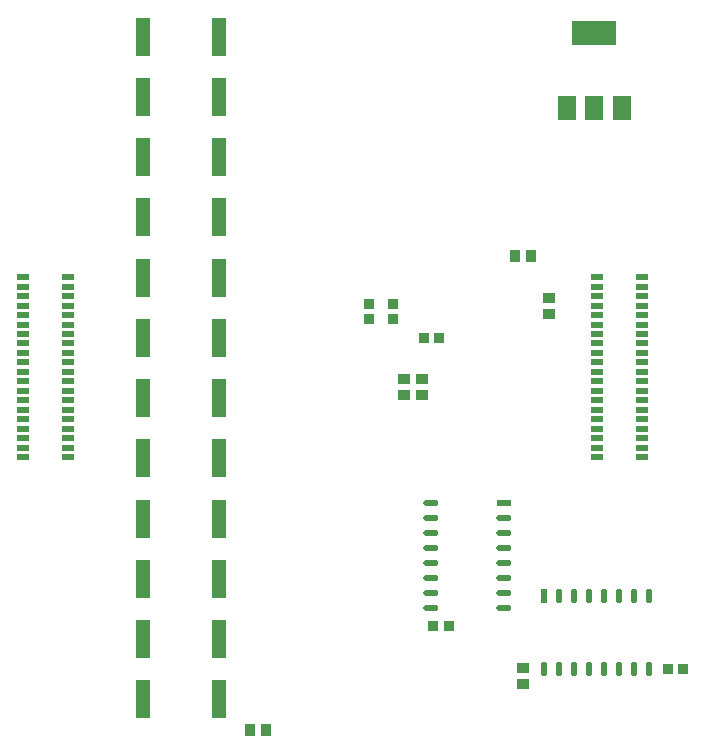
<source format=gbp>
%FSLAX23Y23*%
%MOIN*%
%SFA1B1*%

%IPPOS*%
%ADD18R,0.033470X0.037400*%
%ADD19R,0.037400X0.033470*%
%ADD21R,0.035430X0.039370*%
%ADD22R,0.039370X0.035430*%
%ADD51R,0.043310X0.019680*%
%ADD52R,0.149610X0.078740*%
%ADD53R,0.059060X0.078740*%
%ADD54O,0.019680X0.051180*%
%ADD55R,0.019680X0.051180*%
%ADD56O,0.051180X0.019680*%
%ADD57R,0.051180X0.019680*%
%ADD58R,0.049000X0.125000*%
%LNbms-1*%
%LPD*%
G54D18*
X1457Y1377D03*
X1508D03*
X2271Y273D03*
X2322D03*
X1540Y416D03*
X1489D03*
G54D19*
X1273Y1491D03*
Y1439D03*
X1356Y1438D03*
Y1490D03*
G54D21*
X877Y69D03*
X931D03*
X1762Y1651D03*
X1815D03*
G54D22*
X1787Y222D03*
Y275D03*
X1875Y1510D03*
Y1457D03*
X1390Y1185D03*
Y1238D03*
X1452Y1185D03*
Y1238D03*
G54D51*
X271Y980D03*
X122D03*
X271Y1011D03*
X122D03*
X271Y1043D03*
X122D03*
X271Y1074D03*
X122D03*
X271Y1106D03*
X122D03*
X271Y1137D03*
X122D03*
X271Y1169D03*
X122D03*
X271Y1200D03*
X122D03*
X271Y1232D03*
X122D03*
X271Y1263D03*
X122D03*
X271Y1295D03*
X122D03*
X271Y1326D03*
X122D03*
X271Y1358D03*
X122D03*
X271Y1389D03*
X122D03*
X271Y1421D03*
X122D03*
X271Y1452D03*
X122D03*
X271Y1484D03*
X122D03*
X271Y1515D03*
X122D03*
X271Y1547D03*
X122D03*
X271Y1578D03*
X122D03*
X2185Y980D03*
X2035D03*
X2185Y1011D03*
X2035D03*
X2185Y1043D03*
X2035D03*
X2185Y1074D03*
X2035D03*
X2185Y1106D03*
X2035D03*
X2185Y1137D03*
X2035D03*
X2185Y1169D03*
X2035D03*
X2185Y1200D03*
X2035D03*
X2185Y1232D03*
X2035D03*
X2185Y1263D03*
X2035D03*
X2185Y1295D03*
X2035D03*
X2185Y1326D03*
X2035D03*
X2185Y1358D03*
X2035D03*
X2185Y1389D03*
X2035D03*
X2185Y1421D03*
X2035D03*
X2185Y1452D03*
X2035D03*
X2185Y1484D03*
X2035D03*
X2185Y1515D03*
X2035D03*
X2185Y1547D03*
X2035D03*
X2185Y1578D03*
X2035D03*
G54D52*
X2026Y2392D03*
G54D53*
X1936Y2144D03*
X2026D03*
X2117D03*
G54D54*
X2208Y273D03*
X2158D03*
X2108D03*
X2058D03*
X2008D03*
X1958D03*
X1908D03*
X1858D03*
X2208Y517D03*
X2158D03*
X2108D03*
X2058D03*
X2008D03*
X1958D03*
X1908D03*
G54D55*
X1858Y517D03*
G54D56*
X1481Y477D03*
Y527D03*
Y577D03*
Y627D03*
Y677D03*
Y727D03*
Y777D03*
Y827D03*
X1725Y477D03*
Y527D03*
Y577D03*
Y627D03*
Y677D03*
Y727D03*
Y777D03*
G54D57*
X1725Y827D03*
G54D58*
X522Y2380D03*
X773D03*
X522Y2180D03*
X773D03*
X522Y1979D03*
X773D03*
X522Y1778D03*
X773D03*
X522Y1577D03*
X773D03*
X522Y1376D03*
X773D03*
X522Y1176D03*
X773D03*
X522Y975D03*
X773D03*
X522Y774D03*
X773D03*
X522Y573D03*
X773D03*
X522Y373D03*
X773D03*
X522Y172D03*
X773D03*
M02*
</source>
